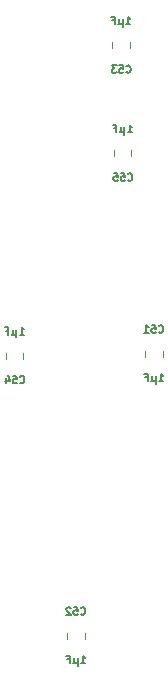
<source format=gbo>
%TF.GenerationSoftware,KiCad,Pcbnew,8.0.4*%
%TF.CreationDate,2024-08-19T10:18:27+02:00*%
%TF.ProjectId,HCP65 MPU Memory,48435036-3520-44d5-9055-204d656d6f72,V1*%
%TF.SameCoordinates,PX525bfc0PY43d3480*%
%TF.FileFunction,Legend,Bot*%
%TF.FilePolarity,Positive*%
%FSLAX46Y46*%
G04 Gerber Fmt 4.6, Leading zero omitted, Abs format (unit mm)*
G04 Created by KiCad (PCBNEW 8.0.4) date 2024-08-19 10:18:27*
%MOMM*%
%LPD*%
G01*
G04 APERTURE LIST*
%ADD10C,0.150000*%
%ADD11C,0.120000*%
G04 APERTURE END LIST*
D10*
X6150214Y-33669486D02*
X6180452Y-33699725D01*
X6180452Y-33699725D02*
X6271166Y-33729963D01*
X6271166Y-33729963D02*
X6331642Y-33729963D01*
X6331642Y-33729963D02*
X6422357Y-33699725D01*
X6422357Y-33699725D02*
X6482833Y-33639248D01*
X6482833Y-33639248D02*
X6513071Y-33578772D01*
X6513071Y-33578772D02*
X6543309Y-33457820D01*
X6543309Y-33457820D02*
X6543309Y-33367105D01*
X6543309Y-33367105D02*
X6513071Y-33246153D01*
X6513071Y-33246153D02*
X6482833Y-33185677D01*
X6482833Y-33185677D02*
X6422357Y-33125201D01*
X6422357Y-33125201D02*
X6331642Y-33094963D01*
X6331642Y-33094963D02*
X6271166Y-33094963D01*
X6271166Y-33094963D02*
X6180452Y-33125201D01*
X6180452Y-33125201D02*
X6150214Y-33155439D01*
X5575690Y-33094963D02*
X5878071Y-33094963D01*
X5878071Y-33094963D02*
X5908309Y-33397344D01*
X5908309Y-33397344D02*
X5878071Y-33367105D01*
X5878071Y-33367105D02*
X5817595Y-33336867D01*
X5817595Y-33336867D02*
X5666404Y-33336867D01*
X5666404Y-33336867D02*
X5605928Y-33367105D01*
X5605928Y-33367105D02*
X5575690Y-33397344D01*
X5575690Y-33397344D02*
X5545452Y-33457820D01*
X5545452Y-33457820D02*
X5545452Y-33609010D01*
X5545452Y-33609010D02*
X5575690Y-33669486D01*
X5575690Y-33669486D02*
X5605928Y-33699725D01*
X5605928Y-33699725D02*
X5666404Y-33729963D01*
X5666404Y-33729963D02*
X5817595Y-33729963D01*
X5817595Y-33729963D02*
X5878071Y-33699725D01*
X5878071Y-33699725D02*
X5908309Y-33669486D01*
X5001166Y-33306629D02*
X5001166Y-33729963D01*
X5152357Y-33064725D02*
X5303547Y-33518296D01*
X5303547Y-33518296D02*
X4910452Y-33518296D01*
X6138333Y-29622963D02*
X6501190Y-29622963D01*
X6319762Y-29622963D02*
X6319762Y-28987963D01*
X6319762Y-28987963D02*
X6380238Y-29078677D01*
X6380238Y-29078677D02*
X6440714Y-29139153D01*
X6440714Y-29139153D02*
X6501190Y-29169391D01*
X5866190Y-29199629D02*
X5866190Y-29834629D01*
X5563809Y-29532248D02*
X5533571Y-29592725D01*
X5533571Y-29592725D02*
X5473095Y-29622963D01*
X5866190Y-29532248D02*
X5835952Y-29592725D01*
X5835952Y-29592725D02*
X5775476Y-29622963D01*
X5775476Y-29622963D02*
X5654523Y-29622963D01*
X5654523Y-29622963D02*
X5594047Y-29592725D01*
X5594047Y-29592725D02*
X5563809Y-29532248D01*
X5563809Y-29532248D02*
X5563809Y-29199629D01*
X4989285Y-29290344D02*
X5200952Y-29290344D01*
X5200952Y-29622963D02*
X5200952Y-28987963D01*
X5200952Y-28987963D02*
X4898571Y-28987963D01*
X11303214Y-53268486D02*
X11333452Y-53298725D01*
X11333452Y-53298725D02*
X11424166Y-53328963D01*
X11424166Y-53328963D02*
X11484642Y-53328963D01*
X11484642Y-53328963D02*
X11575357Y-53298725D01*
X11575357Y-53298725D02*
X11635833Y-53238248D01*
X11635833Y-53238248D02*
X11666071Y-53177772D01*
X11666071Y-53177772D02*
X11696309Y-53056820D01*
X11696309Y-53056820D02*
X11696309Y-52966105D01*
X11696309Y-52966105D02*
X11666071Y-52845153D01*
X11666071Y-52845153D02*
X11635833Y-52784677D01*
X11635833Y-52784677D02*
X11575357Y-52724201D01*
X11575357Y-52724201D02*
X11484642Y-52693963D01*
X11484642Y-52693963D02*
X11424166Y-52693963D01*
X11424166Y-52693963D02*
X11333452Y-52724201D01*
X11333452Y-52724201D02*
X11303214Y-52754439D01*
X10728690Y-52693963D02*
X11031071Y-52693963D01*
X11031071Y-52693963D02*
X11061309Y-52996344D01*
X11061309Y-52996344D02*
X11031071Y-52966105D01*
X11031071Y-52966105D02*
X10970595Y-52935867D01*
X10970595Y-52935867D02*
X10819404Y-52935867D01*
X10819404Y-52935867D02*
X10758928Y-52966105D01*
X10758928Y-52966105D02*
X10728690Y-52996344D01*
X10728690Y-52996344D02*
X10698452Y-53056820D01*
X10698452Y-53056820D02*
X10698452Y-53208010D01*
X10698452Y-53208010D02*
X10728690Y-53268486D01*
X10728690Y-53268486D02*
X10758928Y-53298725D01*
X10758928Y-53298725D02*
X10819404Y-53328963D01*
X10819404Y-53328963D02*
X10970595Y-53328963D01*
X10970595Y-53328963D02*
X11031071Y-53298725D01*
X11031071Y-53298725D02*
X11061309Y-53268486D01*
X10456547Y-52754439D02*
X10426309Y-52724201D01*
X10426309Y-52724201D02*
X10365833Y-52693963D01*
X10365833Y-52693963D02*
X10214642Y-52693963D01*
X10214642Y-52693963D02*
X10154166Y-52724201D01*
X10154166Y-52724201D02*
X10123928Y-52754439D01*
X10123928Y-52754439D02*
X10093690Y-52814915D01*
X10093690Y-52814915D02*
X10093690Y-52875391D01*
X10093690Y-52875391D02*
X10123928Y-52966105D01*
X10123928Y-52966105D02*
X10486785Y-53328963D01*
X10486785Y-53328963D02*
X10093690Y-53328963D01*
X11345333Y-57435963D02*
X11708190Y-57435963D01*
X11526762Y-57435963D02*
X11526762Y-56800963D01*
X11526762Y-56800963D02*
X11587238Y-56891677D01*
X11587238Y-56891677D02*
X11647714Y-56952153D01*
X11647714Y-56952153D02*
X11708190Y-56982391D01*
X11073190Y-57012629D02*
X11073190Y-57647629D01*
X10770809Y-57345248D02*
X10740571Y-57405725D01*
X10740571Y-57405725D02*
X10680095Y-57435963D01*
X11073190Y-57345248D02*
X11042952Y-57405725D01*
X11042952Y-57405725D02*
X10982476Y-57435963D01*
X10982476Y-57435963D02*
X10861523Y-57435963D01*
X10861523Y-57435963D02*
X10801047Y-57405725D01*
X10801047Y-57405725D02*
X10770809Y-57345248D01*
X10770809Y-57345248D02*
X10770809Y-57012629D01*
X10196285Y-57103344D02*
X10407952Y-57103344D01*
X10407952Y-57435963D02*
X10407952Y-56800963D01*
X10407952Y-56800963D02*
X10105571Y-56800963D01*
X17907214Y-29392486D02*
X17937452Y-29422725D01*
X17937452Y-29422725D02*
X18028166Y-29452963D01*
X18028166Y-29452963D02*
X18088642Y-29452963D01*
X18088642Y-29452963D02*
X18179357Y-29422725D01*
X18179357Y-29422725D02*
X18239833Y-29362248D01*
X18239833Y-29362248D02*
X18270071Y-29301772D01*
X18270071Y-29301772D02*
X18300309Y-29180820D01*
X18300309Y-29180820D02*
X18300309Y-29090105D01*
X18300309Y-29090105D02*
X18270071Y-28969153D01*
X18270071Y-28969153D02*
X18239833Y-28908677D01*
X18239833Y-28908677D02*
X18179357Y-28848201D01*
X18179357Y-28848201D02*
X18088642Y-28817963D01*
X18088642Y-28817963D02*
X18028166Y-28817963D01*
X18028166Y-28817963D02*
X17937452Y-28848201D01*
X17937452Y-28848201D02*
X17907214Y-28878439D01*
X17332690Y-28817963D02*
X17635071Y-28817963D01*
X17635071Y-28817963D02*
X17665309Y-29120344D01*
X17665309Y-29120344D02*
X17635071Y-29090105D01*
X17635071Y-29090105D02*
X17574595Y-29059867D01*
X17574595Y-29059867D02*
X17423404Y-29059867D01*
X17423404Y-29059867D02*
X17362928Y-29090105D01*
X17362928Y-29090105D02*
X17332690Y-29120344D01*
X17332690Y-29120344D02*
X17302452Y-29180820D01*
X17302452Y-29180820D02*
X17302452Y-29332010D01*
X17302452Y-29332010D02*
X17332690Y-29392486D01*
X17332690Y-29392486D02*
X17362928Y-29422725D01*
X17362928Y-29422725D02*
X17423404Y-29452963D01*
X17423404Y-29452963D02*
X17574595Y-29452963D01*
X17574595Y-29452963D02*
X17635071Y-29422725D01*
X17635071Y-29422725D02*
X17665309Y-29392486D01*
X16697690Y-29452963D02*
X17060547Y-29452963D01*
X16879119Y-29452963D02*
X16879119Y-28817963D01*
X16879119Y-28817963D02*
X16939595Y-28908677D01*
X16939595Y-28908677D02*
X17000071Y-28969153D01*
X17000071Y-28969153D02*
X17060547Y-28999391D01*
X17949333Y-33559963D02*
X18312190Y-33559963D01*
X18130762Y-33559963D02*
X18130762Y-32924963D01*
X18130762Y-32924963D02*
X18191238Y-33015677D01*
X18191238Y-33015677D02*
X18251714Y-33076153D01*
X18251714Y-33076153D02*
X18312190Y-33106391D01*
X17677190Y-33136629D02*
X17677190Y-33771629D01*
X17374809Y-33469248D02*
X17344571Y-33529725D01*
X17344571Y-33529725D02*
X17284095Y-33559963D01*
X17677190Y-33469248D02*
X17646952Y-33529725D01*
X17646952Y-33529725D02*
X17586476Y-33559963D01*
X17586476Y-33559963D02*
X17465523Y-33559963D01*
X17465523Y-33559963D02*
X17405047Y-33529725D01*
X17405047Y-33529725D02*
X17374809Y-33469248D01*
X17374809Y-33469248D02*
X17374809Y-33136629D01*
X16800285Y-33227344D02*
X17011952Y-33227344D01*
X17011952Y-33559963D02*
X17011952Y-32924963D01*
X17011952Y-32924963D02*
X16709571Y-32924963D01*
X15294214Y-16524486D02*
X15324452Y-16554725D01*
X15324452Y-16554725D02*
X15415166Y-16584963D01*
X15415166Y-16584963D02*
X15475642Y-16584963D01*
X15475642Y-16584963D02*
X15566357Y-16554725D01*
X15566357Y-16554725D02*
X15626833Y-16494248D01*
X15626833Y-16494248D02*
X15657071Y-16433772D01*
X15657071Y-16433772D02*
X15687309Y-16312820D01*
X15687309Y-16312820D02*
X15687309Y-16222105D01*
X15687309Y-16222105D02*
X15657071Y-16101153D01*
X15657071Y-16101153D02*
X15626833Y-16040677D01*
X15626833Y-16040677D02*
X15566357Y-15980201D01*
X15566357Y-15980201D02*
X15475642Y-15949963D01*
X15475642Y-15949963D02*
X15415166Y-15949963D01*
X15415166Y-15949963D02*
X15324452Y-15980201D01*
X15324452Y-15980201D02*
X15294214Y-16010439D01*
X14719690Y-15949963D02*
X15022071Y-15949963D01*
X15022071Y-15949963D02*
X15052309Y-16252344D01*
X15052309Y-16252344D02*
X15022071Y-16222105D01*
X15022071Y-16222105D02*
X14961595Y-16191867D01*
X14961595Y-16191867D02*
X14810404Y-16191867D01*
X14810404Y-16191867D02*
X14749928Y-16222105D01*
X14749928Y-16222105D02*
X14719690Y-16252344D01*
X14719690Y-16252344D02*
X14689452Y-16312820D01*
X14689452Y-16312820D02*
X14689452Y-16464010D01*
X14689452Y-16464010D02*
X14719690Y-16524486D01*
X14719690Y-16524486D02*
X14749928Y-16554725D01*
X14749928Y-16554725D02*
X14810404Y-16584963D01*
X14810404Y-16584963D02*
X14961595Y-16584963D01*
X14961595Y-16584963D02*
X15022071Y-16554725D01*
X15022071Y-16554725D02*
X15052309Y-16524486D01*
X14114928Y-15949963D02*
X14417309Y-15949963D01*
X14417309Y-15949963D02*
X14447547Y-16252344D01*
X14447547Y-16252344D02*
X14417309Y-16222105D01*
X14417309Y-16222105D02*
X14356833Y-16191867D01*
X14356833Y-16191867D02*
X14205642Y-16191867D01*
X14205642Y-16191867D02*
X14145166Y-16222105D01*
X14145166Y-16222105D02*
X14114928Y-16252344D01*
X14114928Y-16252344D02*
X14084690Y-16312820D01*
X14084690Y-16312820D02*
X14084690Y-16464010D01*
X14084690Y-16464010D02*
X14114928Y-16524486D01*
X14114928Y-16524486D02*
X14145166Y-16554725D01*
X14145166Y-16554725D02*
X14205642Y-16584963D01*
X14205642Y-16584963D02*
X14356833Y-16584963D01*
X14356833Y-16584963D02*
X14417309Y-16554725D01*
X14417309Y-16554725D02*
X14447547Y-16524486D01*
X15282333Y-12477963D02*
X15645190Y-12477963D01*
X15463762Y-12477963D02*
X15463762Y-11842963D01*
X15463762Y-11842963D02*
X15524238Y-11933677D01*
X15524238Y-11933677D02*
X15584714Y-11994153D01*
X15584714Y-11994153D02*
X15645190Y-12024391D01*
X15010190Y-12054629D02*
X15010190Y-12689629D01*
X14707809Y-12387248D02*
X14677571Y-12447725D01*
X14677571Y-12447725D02*
X14617095Y-12477963D01*
X15010190Y-12387248D02*
X14979952Y-12447725D01*
X14979952Y-12447725D02*
X14919476Y-12477963D01*
X14919476Y-12477963D02*
X14798523Y-12477963D01*
X14798523Y-12477963D02*
X14738047Y-12447725D01*
X14738047Y-12447725D02*
X14707809Y-12387248D01*
X14707809Y-12387248D02*
X14707809Y-12054629D01*
X14133285Y-12145344D02*
X14344952Y-12145344D01*
X14344952Y-12477963D02*
X14344952Y-11842963D01*
X14344952Y-11842963D02*
X14042571Y-11842963D01*
X15167213Y-7380486D02*
X15197451Y-7410725D01*
X15197451Y-7410725D02*
X15288165Y-7440963D01*
X15288165Y-7440963D02*
X15348641Y-7440963D01*
X15348641Y-7440963D02*
X15439356Y-7410725D01*
X15439356Y-7410725D02*
X15499832Y-7350248D01*
X15499832Y-7350248D02*
X15530070Y-7289772D01*
X15530070Y-7289772D02*
X15560308Y-7168820D01*
X15560308Y-7168820D02*
X15560308Y-7078105D01*
X15560308Y-7078105D02*
X15530070Y-6957153D01*
X15530070Y-6957153D02*
X15499832Y-6896677D01*
X15499832Y-6896677D02*
X15439356Y-6836201D01*
X15439356Y-6836201D02*
X15348641Y-6805963D01*
X15348641Y-6805963D02*
X15288165Y-6805963D01*
X15288165Y-6805963D02*
X15197451Y-6836201D01*
X15197451Y-6836201D02*
X15167213Y-6866439D01*
X14592689Y-6805963D02*
X14895070Y-6805963D01*
X14895070Y-6805963D02*
X14925308Y-7108344D01*
X14925308Y-7108344D02*
X14895070Y-7078105D01*
X14895070Y-7078105D02*
X14834594Y-7047867D01*
X14834594Y-7047867D02*
X14683403Y-7047867D01*
X14683403Y-7047867D02*
X14622927Y-7078105D01*
X14622927Y-7078105D02*
X14592689Y-7108344D01*
X14592689Y-7108344D02*
X14562451Y-7168820D01*
X14562451Y-7168820D02*
X14562451Y-7320010D01*
X14562451Y-7320010D02*
X14592689Y-7380486D01*
X14592689Y-7380486D02*
X14622927Y-7410725D01*
X14622927Y-7410725D02*
X14683403Y-7440963D01*
X14683403Y-7440963D02*
X14834594Y-7440963D01*
X14834594Y-7440963D02*
X14895070Y-7410725D01*
X14895070Y-7410725D02*
X14925308Y-7380486D01*
X14350784Y-6805963D02*
X13957689Y-6805963D01*
X13957689Y-6805963D02*
X14169356Y-7047867D01*
X14169356Y-7047867D02*
X14078641Y-7047867D01*
X14078641Y-7047867D02*
X14018165Y-7078105D01*
X14018165Y-7078105D02*
X13987927Y-7108344D01*
X13987927Y-7108344D02*
X13957689Y-7168820D01*
X13957689Y-7168820D02*
X13957689Y-7320010D01*
X13957689Y-7320010D02*
X13987927Y-7380486D01*
X13987927Y-7380486D02*
X14018165Y-7410725D01*
X14018165Y-7410725D02*
X14078641Y-7440963D01*
X14078641Y-7440963D02*
X14260070Y-7440963D01*
X14260070Y-7440963D02*
X14320546Y-7410725D01*
X14320546Y-7410725D02*
X14350784Y-7380486D01*
X15155333Y-3333963D02*
X15518190Y-3333963D01*
X15336762Y-3333963D02*
X15336762Y-2698963D01*
X15336762Y-2698963D02*
X15397238Y-2789677D01*
X15397238Y-2789677D02*
X15457714Y-2850153D01*
X15457714Y-2850153D02*
X15518190Y-2880391D01*
X14883190Y-2910629D02*
X14883190Y-3545629D01*
X14580809Y-3243248D02*
X14550571Y-3303725D01*
X14550571Y-3303725D02*
X14490095Y-3333963D01*
X14883190Y-3243248D02*
X14852952Y-3303725D01*
X14852952Y-3303725D02*
X14792476Y-3333963D01*
X14792476Y-3333963D02*
X14671523Y-3333963D01*
X14671523Y-3333963D02*
X14611047Y-3303725D01*
X14611047Y-3303725D02*
X14580809Y-3243248D01*
X14580809Y-3243248D02*
X14580809Y-2910629D01*
X14006285Y-3001344D02*
X14217952Y-3001344D01*
X14217952Y-3333963D02*
X14217952Y-2698963D01*
X14217952Y-2698963D02*
X13915571Y-2698963D01*
D11*
%TO.C,C54*%
X4980000Y-31646252D02*
X4980000Y-31123748D01*
X6450000Y-31646252D02*
X6450000Y-31123748D01*
%TO.C,C52*%
X10187000Y-54840748D02*
X10187000Y-55363252D01*
X11657000Y-54840748D02*
X11657000Y-55363252D01*
%TO.C,C51*%
X16791000Y-30964748D02*
X16791000Y-31487252D01*
X18261000Y-30964748D02*
X18261000Y-31487252D01*
%TO.C,C55*%
X14124000Y-14501252D02*
X14124000Y-13978748D01*
X15594000Y-14501252D02*
X15594000Y-13978748D01*
%TO.C,C53*%
X13997000Y-5357252D02*
X13997000Y-4834748D01*
X15467000Y-5357252D02*
X15467000Y-4834748D01*
%TD*%
M02*

</source>
